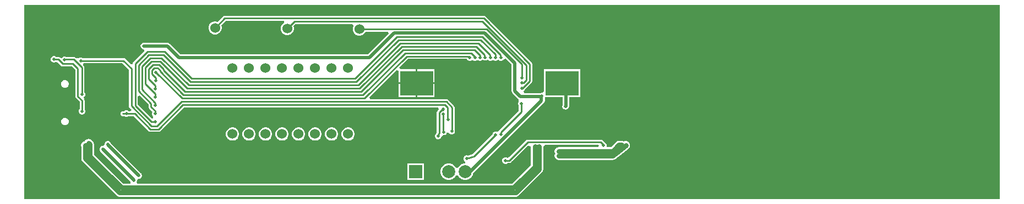
<source format=gbl>
G04*
G04 #@! TF.GenerationSoftware,Altium Limited,CircuitMaker,2.3.0 (2.3.0.3)*
G04*
G04 Layer_Physical_Order=2*
G04 Layer_Color=11436288*
%FSLAX25Y25*%
%MOIN*%
G70*
G04*
G04 #@! TF.SameCoordinates,81058C9C-B397-4A51-87A6-1654BA9690F4*
G04*
G04*
G04 #@! TF.FilePolarity,Positive*
G04*
G01*
G75*
%ADD13C,0.01000*%
%ADD97C,0.02000*%
%ADD98C,0.03000*%
%ADD103C,0.01949*%
%ADD104R,0.07874X0.07874*%
%ADD105C,0.07874*%
%ADD106C,0.06000*%
%ADD107C,0.14173*%
G04:AMPARAMS|DCode=108|XSize=39.37mil|YSize=86.61mil|CornerRadius=19.68mil|HoleSize=0mil|Usage=FLASHONLY|Rotation=270.000|XOffset=0mil|YOffset=0mil|HoleType=Round|Shape=RoundedRectangle|*
%AMROUNDEDRECTD108*
21,1,0.03937,0.04724,0,0,270.0*
21,1,0.00000,0.08661,0,0,270.0*
1,1,0.03937,-0.02362,0.00000*
1,1,0.03937,-0.02362,0.00000*
1,1,0.03937,0.02362,0.00000*
1,1,0.03937,0.02362,0.00000*
%
%ADD108ROUNDEDRECTD108*%
G04:AMPARAMS|DCode=109|XSize=39.37mil|YSize=78.74mil|CornerRadius=19.68mil|HoleSize=0mil|Usage=FLASHONLY|Rotation=270.000|XOffset=0mil|YOffset=0mil|HoleType=Round|Shape=RoundedRectangle|*
%AMROUNDEDRECTD109*
21,1,0.03937,0.03937,0,0,270.0*
21,1,0.00000,0.07874,0,0,270.0*
1,1,0.03937,-0.01968,0.00000*
1,1,0.03937,-0.01968,0.00000*
1,1,0.03937,0.01968,0.00000*
1,1,0.03937,0.01968,0.00000*
%
%ADD109ROUNDEDRECTD109*%
%ADD110C,0.07000*%
%ADD111C,0.02362*%
%ADD112R,0.20000X0.15000*%
G36*
X590658Y49D02*
X158Y49D01*
X158Y118249D01*
X590658Y118249D01*
X590658Y49D01*
X590658Y49D02*
G37*
%LPC*%
G36*
X278228Y111579D02*
X121502Y111579D01*
X120916Y111462D01*
X120420Y111131D01*
X117185Y107896D01*
X117172Y107903D01*
X116155Y108176D01*
X115102Y108176D01*
X114084Y107903D01*
X113172Y107377D01*
X112427Y106632D01*
X111901Y105720D01*
X111628Y104703D01*
X111628Y103649D01*
X111901Y102632D01*
X112427Y101720D01*
X113172Y100975D01*
X114084Y100449D01*
X115102Y100176D01*
X116155Y100176D01*
X117172Y100449D01*
X118084Y100975D01*
X118829Y101720D01*
X119356Y102632D01*
X119628Y103649D01*
X119628Y104703D01*
X119356Y105720D01*
X119348Y105733D01*
X122135Y108520D01*
X157275Y108520D01*
X157550Y107339D01*
X156900Y106963D01*
X156156Y106219D01*
X155629Y105306D01*
X155356Y104289D01*
X155356Y103236D01*
X155629Y102219D01*
X156156Y101306D01*
X156900Y100562D01*
X157812Y100035D01*
X158830Y99763D01*
X159883Y99763D01*
X160900Y100035D01*
X161812Y100562D01*
X162557Y101306D01*
X163084Y102219D01*
X163356Y103236D01*
X163356Y104289D01*
X163084Y105306D01*
X163076Y105320D01*
X164259Y106502D01*
X198742Y106502D01*
X199419Y105321D01*
X199230Y104993D01*
X198958Y103976D01*
X198958Y102923D01*
X199230Y101905D01*
X199757Y100993D01*
X200501Y100248D01*
X201413Y99722D01*
X202431Y99449D01*
X203484Y99449D01*
X204501Y99722D01*
X205414Y100248D01*
X206158Y100993D01*
X206685Y101905D01*
X206689Y101920D01*
X220367Y101920D01*
X220819Y100829D01*
X212630Y92640D01*
X212484Y92579D01*
X211929Y92024D01*
X211868Y91878D01*
X208179Y88188D01*
X94622Y88188D01*
X88219Y94591D01*
X87557Y95033D01*
X86777Y95188D01*
X72557Y95188D01*
X71777Y95033D01*
X71116Y94591D01*
X70674Y93930D01*
X70518Y93149D01*
X70674Y92369D01*
X71116Y91707D01*
X71777Y91265D01*
X72194Y91182D01*
X72235Y91165D01*
X72321Y91062D01*
X72605Y90359D01*
X72633Y89929D01*
X66202Y83498D01*
X65870Y83002D01*
X65765Y82475D01*
X65324Y82181D01*
X64662Y81907D01*
X61239Y85331D01*
X60743Y85662D01*
X60158Y85779D01*
X35520Y85779D01*
X35376Y85923D01*
X34650Y86224D01*
X33865Y86224D01*
X33139Y85923D01*
X33005Y85789D01*
X31506Y85618D01*
X31101Y86022D01*
X30605Y86354D01*
X30020Y86470D01*
X25580Y86470D01*
X25573Y86478D01*
X24847Y86778D01*
X24061Y86778D01*
X23336Y86478D01*
X22780Y85922D01*
X21623Y86214D01*
X21383Y86374D01*
X20798Y86491D01*
X19359Y86491D01*
X19214Y86635D01*
X18489Y86936D01*
X17703Y86936D01*
X16978Y86635D01*
X16422Y86080D01*
X16122Y85354D01*
X16122Y84569D01*
X16422Y83843D01*
X16978Y83287D01*
X17703Y82987D01*
X18489Y82987D01*
X19214Y83287D01*
X20430Y83166D01*
X22348Y81248D01*
X22844Y80916D01*
X23429Y80800D01*
X28241Y80800D01*
X28406Y80833D01*
X28825Y80833D01*
X30922Y78736D01*
X30922Y62576D01*
X31039Y61991D01*
X31370Y61494D01*
X33569Y59295D01*
X33569Y54777D01*
X33425Y54632D01*
X33124Y53907D01*
X33124Y53121D01*
X33425Y52395D01*
X33980Y51840D01*
X34706Y51539D01*
X35491Y51539D01*
X36217Y51840D01*
X36772Y52395D01*
X37073Y53121D01*
X37073Y53907D01*
X36772Y54632D01*
X36628Y54777D01*
X36628Y59929D01*
X36511Y60514D01*
X36340Y60771D01*
X36044Y61927D01*
X36600Y62482D01*
X36900Y63208D01*
X36900Y63994D01*
X36600Y64719D01*
X36455Y64864D01*
X36455Y80035D01*
X36339Y80620D01*
X36007Y81116D01*
X35626Y81498D01*
X35616Y81613D01*
X36074Y82720D01*
X59524Y82720D01*
X63428Y78816D01*
X63428Y56749D01*
X63544Y56164D01*
X63876Y55668D01*
X64974Y54570D01*
X64522Y53479D01*
X63214Y53479D01*
X63042Y53651D01*
X62317Y53951D01*
X61531Y53951D01*
X60806Y53651D01*
X60634Y53479D01*
X59857Y53479D01*
X59272Y53362D01*
X58776Y53031D01*
X58444Y52535D01*
X58328Y51949D01*
X58444Y51364D01*
X58776Y50868D01*
X59272Y50536D01*
X59857Y50420D01*
X60689Y50420D01*
X60806Y50303D01*
X61531Y50002D01*
X62317Y50002D01*
X63042Y50303D01*
X63159Y50420D01*
X66296Y50420D01*
X75222Y41493D01*
X75718Y41162D01*
X76303Y41045D01*
X81312Y41045D01*
X81897Y41162D01*
X82393Y41493D01*
X96694Y55794D01*
X250570Y55794D01*
X251059Y54613D01*
X250302Y53856D01*
X249970Y53359D01*
X249854Y52774D01*
X249854Y40702D01*
X249588Y40437D01*
X249256Y39940D01*
X249232Y39820D01*
X248995Y39583D01*
X248695Y38857D01*
X248695Y38072D01*
X248995Y37346D01*
X249551Y36791D01*
X250277Y36490D01*
X251062Y36490D01*
X251788Y36791D01*
X252343Y37346D01*
X252644Y38072D01*
X253499Y38915D01*
X253735Y38931D01*
X254300Y38931D01*
X255026Y39232D01*
X255581Y39787D01*
X255852Y40440D01*
X256121Y40530D01*
X257063Y40597D01*
X257087Y40538D01*
X257243Y40161D01*
X257799Y39606D01*
X258525Y39305D01*
X259310Y39305D01*
X260036Y39606D01*
X260591Y40161D01*
X260892Y40887D01*
X260892Y41672D01*
X260667Y42215D01*
X260667Y55797D01*
X260551Y56382D01*
X260219Y56878D01*
X256692Y60405D01*
X256196Y60737D01*
X255611Y60853D01*
X209392Y60853D01*
X208940Y61944D01*
X225410Y78414D01*
X226591Y77925D01*
X226591Y71024D01*
X237083Y71024D01*
X237083Y79016D01*
X227682Y79016D01*
X227192Y80197D01*
X232315Y85320D01*
X267981Y85320D01*
X268184Y84831D01*
X268739Y84275D01*
X269465Y83975D01*
X270250Y83975D01*
X270976Y84275D01*
X271458Y84757D01*
X271839Y84375D01*
X272565Y84075D01*
X273350Y84075D01*
X274076Y84375D01*
X274568Y84867D01*
X274949Y84486D01*
X275675Y84185D01*
X276461Y84185D01*
X277186Y84486D01*
X277628Y84928D01*
X277991Y84565D01*
X278716Y84264D01*
X279502Y84264D01*
X280227Y84565D01*
X280654Y84992D01*
X281189Y84456D01*
X281915Y84156D01*
X282701Y84156D01*
X283426Y84456D01*
X283858Y84888D01*
X284310Y84437D01*
X285035Y84136D01*
X285821Y84136D01*
X286546Y84437D01*
X287057Y84947D01*
X287518Y84486D01*
X288244Y84185D01*
X289029Y84185D01*
X289755Y84486D01*
X290269Y85000D01*
X290325Y85044D01*
X291679Y85260D01*
X295118Y81821D01*
X295118Y65849D01*
X295273Y65069D01*
X295716Y64407D01*
X299015Y61107D01*
X299016Y61107D01*
X299350Y60884D01*
X299451Y60655D01*
X299552Y59815D01*
X299505Y59495D01*
X299266Y59257D01*
X298965Y58531D01*
X298965Y57745D01*
X299266Y57020D01*
X299410Y56875D01*
X299410Y53604D01*
X296856Y51050D01*
X296701Y50946D01*
X287506Y41751D01*
X287460Y41683D01*
X287041Y41242D01*
X285945Y41129D01*
X285929Y41136D01*
X285143Y41136D01*
X284418Y40836D01*
X283862Y40280D01*
X283562Y39555D01*
X283562Y39350D01*
X271558Y27346D01*
X268760Y26507D01*
X268396Y26658D01*
X267610Y26658D01*
X266885Y26358D01*
X266329Y25802D01*
X266029Y25076D01*
X266029Y24291D01*
X266329Y23565D01*
X266885Y23010D01*
X267155Y22898D01*
X266920Y21717D01*
X266402Y21717D01*
X265146Y21381D01*
X264021Y20730D01*
X263101Y19811D01*
X262699Y19114D01*
X262691Y19111D01*
X261413Y19111D01*
X261405Y19114D01*
X261003Y19811D01*
X260083Y20730D01*
X258958Y21381D01*
X257702Y21717D01*
X256402Y21717D01*
X255146Y21381D01*
X254021Y20730D01*
X253101Y19811D01*
X252451Y18686D01*
X252115Y17430D01*
X252115Y16130D01*
X252451Y14874D01*
X253101Y13748D01*
X254021Y12829D01*
X255146Y12179D01*
X256402Y11843D01*
X257702Y11843D01*
X258958Y12179D01*
X260083Y12829D01*
X261003Y13748D01*
X261405Y14446D01*
X261413Y14449D01*
X262691Y14449D01*
X262699Y14446D01*
X263101Y13748D01*
X264021Y12829D01*
X265146Y12179D01*
X266402Y11843D01*
X267702Y11843D01*
X268958Y12179D01*
X270083Y12829D01*
X271003Y13748D01*
X271653Y14874D01*
X271865Y15668D01*
X314659Y58462D01*
X314659Y58462D01*
X315101Y59124D01*
X315257Y59904D01*
X315257Y59904D01*
X315257Y62032D01*
X325951Y62032D01*
X325951Y57098D01*
X325860Y56879D01*
X325860Y56094D01*
X326161Y55368D01*
X326716Y54812D01*
X327187Y54617D01*
X327210Y54602D01*
X327236Y54597D01*
X327442Y54512D01*
X327664Y54512D01*
X327990Y54447D01*
X328770Y54602D01*
X329432Y55044D01*
X329874Y55706D01*
X330029Y56486D01*
X330029Y62032D01*
X336575Y62032D01*
X336575Y79031D01*
X314575Y79031D01*
X314575Y65649D01*
X313784Y64698D01*
X312999Y64698D01*
X312735Y64588D01*
X302652Y64588D01*
X302417Y65769D01*
X302610Y65849D01*
X303165Y66405D01*
X303398Y66968D01*
X307144Y70714D01*
X307476Y71210D01*
X307592Y71796D01*
X307592Y82215D01*
X307476Y82800D01*
X307144Y83296D01*
X279310Y111131D01*
X278814Y111462D01*
X278228Y111579D01*
X278228Y111579D02*
G37*
G36*
X248559Y79016D02*
X238067Y79016D01*
X238067Y71024D01*
X248559Y71024D01*
X248559Y79016D01*
X248559Y79016D02*
G37*
G36*
X25090Y72374D02*
X24184Y72374D01*
X23346Y72027D01*
X22704Y71385D01*
X22357Y70547D01*
X22357Y69641D01*
X22704Y68803D01*
X23346Y68162D01*
X24184Y67815D01*
X25090Y67815D01*
X25928Y68162D01*
X26570Y68803D01*
X26917Y69641D01*
X26917Y70547D01*
X26570Y71385D01*
X25928Y72027D01*
X25090Y72374D01*
X25090Y72374D02*
G37*
G36*
X248559Y70039D02*
X238067Y70039D01*
X238067Y62047D01*
X248559Y62047D01*
X248559Y70039D01*
X248559Y70039D02*
G37*
G36*
X237083Y70039D02*
X226591Y70039D01*
X226591Y62047D01*
X237083Y62047D01*
X237083Y70039D01*
X237083Y70039D02*
G37*
G36*
X25090Y49539D02*
X24184Y49539D01*
X23346Y49192D01*
X22704Y48551D01*
X22357Y47713D01*
X22357Y46806D01*
X22704Y45968D01*
X23346Y45327D01*
X24184Y44980D01*
X25090Y44980D01*
X25928Y45327D01*
X26570Y45968D01*
X26917Y46806D01*
X26917Y47713D01*
X26570Y48551D01*
X25928Y49192D01*
X25090Y49539D01*
X25090Y49539D02*
G37*
G36*
X196684Y43649D02*
X195631Y43649D01*
X194614Y43377D01*
X193701Y42850D01*
X192957Y42105D01*
X192430Y41193D01*
X192157Y40176D01*
X192157Y39123D01*
X192430Y38105D01*
X192957Y37193D01*
X193701Y36448D01*
X194614Y35922D01*
X195631Y35649D01*
X196684Y35649D01*
X197701Y35922D01*
X198614Y36448D01*
X199358Y37193D01*
X199885Y38105D01*
X200157Y39123D01*
X200157Y40176D01*
X199885Y41193D01*
X199358Y42105D01*
X198614Y42850D01*
X197701Y43377D01*
X196684Y43649D01*
X196684Y43649D02*
G37*
G36*
X186684Y43649D02*
X185631Y43649D01*
X184614Y43377D01*
X183701Y42850D01*
X182957Y42105D01*
X182430Y41193D01*
X182158Y40176D01*
X182158Y39123D01*
X182430Y38105D01*
X182957Y37193D01*
X183701Y36448D01*
X184614Y35922D01*
X185631Y35649D01*
X186684Y35649D01*
X187701Y35922D01*
X188613Y36448D01*
X189358Y37193D01*
X189885Y38105D01*
X190157Y39123D01*
X190157Y40176D01*
X189885Y41193D01*
X189358Y42105D01*
X188613Y42850D01*
X187701Y43377D01*
X186684Y43649D01*
X186684Y43649D02*
G37*
G36*
X176684Y43649D02*
X175631Y43649D01*
X174613Y43377D01*
X173701Y42850D01*
X172957Y42105D01*
X172430Y41193D01*
X172158Y40176D01*
X172158Y39123D01*
X172430Y38105D01*
X172957Y37193D01*
X173701Y36448D01*
X174613Y35922D01*
X175631Y35649D01*
X176684Y35649D01*
X177701Y35922D01*
X178613Y36448D01*
X179358Y37193D01*
X179885Y38105D01*
X180157Y39123D01*
X180157Y40176D01*
X179885Y41193D01*
X179358Y42105D01*
X178613Y42850D01*
X177701Y43377D01*
X176684Y43649D01*
X176684Y43649D02*
G37*
G36*
X166684Y43649D02*
X165631Y43649D01*
X164613Y43377D01*
X163701Y42850D01*
X162957Y42105D01*
X162430Y41193D01*
X162157Y40176D01*
X162157Y39123D01*
X162430Y38105D01*
X162957Y37193D01*
X163701Y36448D01*
X164613Y35922D01*
X165631Y35649D01*
X166684Y35649D01*
X167701Y35922D01*
X168614Y36448D01*
X169358Y37193D01*
X169885Y38105D01*
X170158Y39123D01*
X170158Y40176D01*
X169885Y41193D01*
X169358Y42105D01*
X168614Y42850D01*
X167701Y43377D01*
X166684Y43649D01*
X166684Y43649D02*
G37*
G36*
X156684Y43649D02*
X155631Y43649D01*
X154613Y43377D01*
X153701Y42850D01*
X152957Y42105D01*
X152430Y41193D01*
X152157Y40176D01*
X152157Y39123D01*
X152430Y38105D01*
X152957Y37193D01*
X153701Y36448D01*
X154613Y35922D01*
X155631Y35649D01*
X156684Y35649D01*
X157701Y35922D01*
X158614Y36448D01*
X159358Y37193D01*
X159885Y38105D01*
X160158Y39123D01*
X160158Y40176D01*
X159885Y41193D01*
X159358Y42105D01*
X158614Y42850D01*
X157701Y43377D01*
X156684Y43649D01*
X156684Y43649D02*
G37*
G36*
X146684Y43649D02*
X145631Y43649D01*
X144614Y43377D01*
X143701Y42850D01*
X142957Y42105D01*
X142430Y41193D01*
X142157Y40176D01*
X142157Y39123D01*
X142430Y38105D01*
X142957Y37193D01*
X143701Y36448D01*
X144614Y35922D01*
X145631Y35649D01*
X146684Y35649D01*
X147701Y35922D01*
X148614Y36448D01*
X149358Y37193D01*
X149885Y38105D01*
X150157Y39123D01*
X150157Y40176D01*
X149885Y41193D01*
X149358Y42105D01*
X148614Y42850D01*
X147701Y43377D01*
X146684Y43649D01*
X146684Y43649D02*
G37*
G36*
X136684Y43649D02*
X135631Y43649D01*
X134614Y43377D01*
X133701Y42850D01*
X132957Y42105D01*
X132430Y41193D01*
X132158Y40176D01*
X132158Y39123D01*
X132430Y38105D01*
X132957Y37193D01*
X133701Y36448D01*
X134614Y35922D01*
X135631Y35649D01*
X136684Y35649D01*
X137701Y35922D01*
X138613Y36448D01*
X139358Y37193D01*
X139885Y38105D01*
X140157Y39123D01*
X140157Y40176D01*
X139885Y41193D01*
X139358Y42105D01*
X138613Y42850D01*
X137701Y43377D01*
X136684Y43649D01*
X136684Y43649D02*
G37*
G36*
X126684Y43649D02*
X125631Y43649D01*
X124613Y43377D01*
X123701Y42850D01*
X122957Y42105D01*
X122430Y41193D01*
X122158Y40176D01*
X122158Y39123D01*
X122430Y38105D01*
X122957Y37193D01*
X123701Y36448D01*
X124613Y35922D01*
X125631Y35649D01*
X126684Y35649D01*
X127701Y35922D01*
X128613Y36448D01*
X129358Y37193D01*
X129885Y38105D01*
X130157Y39123D01*
X130157Y40176D01*
X129885Y41193D01*
X129358Y42105D01*
X128613Y42850D01*
X127701Y43377D01*
X126684Y43649D01*
X126684Y43649D02*
G37*
G36*
X38917Y36742D02*
X37942Y36548D01*
X37115Y35995D01*
X36562Y35168D01*
X36554Y35126D01*
X35983Y35012D01*
X35156Y34460D01*
X34604Y33633D01*
X34410Y32658D01*
X34604Y31682D01*
X34662Y31595D01*
X34662Y24679D01*
X34856Y23704D01*
X35408Y22877D01*
X55983Y2302D01*
X56810Y1749D01*
X57785Y1555D01*
X297611Y1555D01*
X298587Y1749D01*
X299413Y2302D01*
X313535Y16423D01*
X314087Y17250D01*
X314281Y18225D01*
X314281Y32126D01*
X315288Y33116D01*
X347676Y33116D01*
X347956Y32879D01*
X347571Y31831D01*
X347420Y31698D01*
X323750Y31698D01*
X322775Y31504D01*
X321948Y30952D01*
X321395Y30125D01*
X321201Y29149D01*
X321395Y28174D01*
X321635Y27814D01*
X321375Y27425D01*
X321181Y26449D01*
X321375Y25474D01*
X321928Y24647D01*
X322755Y24094D01*
X323730Y23900D01*
X356457Y23900D01*
X356816Y23971D01*
X357180Y24005D01*
X357300Y24068D01*
X357433Y24094D01*
X357737Y24297D01*
X358060Y24467D01*
X364367Y29566D01*
X364394Y29588D01*
X364394Y29588D01*
X364394Y29588D01*
X365933Y30833D01*
X366570Y31597D01*
X366865Y32547D01*
X366775Y33537D01*
X366313Y34418D01*
X365549Y35054D01*
X364599Y35350D01*
X363609Y35260D01*
X363041Y34962D01*
X362545Y35293D01*
X361570Y35487D01*
X360202Y35487D01*
X359226Y35293D01*
X358399Y34740D01*
X355357Y31698D01*
X353105Y31698D01*
X352732Y32256D01*
X352732Y33042D01*
X352431Y33768D01*
X351876Y34323D01*
X351484Y34485D01*
X350242Y35727D01*
X349746Y36059D01*
X349161Y36175D01*
X304919Y36175D01*
X304334Y36059D01*
X303838Y35727D01*
X293744Y25633D01*
X292644Y25215D01*
X291919Y25516D01*
X291133Y25516D01*
X290407Y25215D01*
X289852Y24660D01*
X289551Y23934D01*
X289551Y23148D01*
X289852Y22423D01*
X290407Y21867D01*
X291133Y21567D01*
X291919Y21567D01*
X292644Y21867D01*
X292777Y22000D01*
X293431Y21994D01*
X293438Y21996D01*
X293445Y21994D01*
X293797Y21994D01*
X294382Y22111D01*
X294878Y22442D01*
X305024Y32588D01*
X305680Y32560D01*
X306742Y32146D01*
X306742Y20800D01*
X295421Y9478D01*
X68655Y9478D01*
X68351Y9919D01*
X68053Y10659D01*
X68274Y11192D01*
X68274Y11465D01*
X68406Y11693D01*
X69261Y12354D01*
X69418Y12419D01*
X69647Y12465D01*
X69714Y12465D01*
X69776Y12490D01*
X70101Y12555D01*
X70377Y12740D01*
X70439Y12765D01*
X70487Y12813D01*
X70763Y12997D01*
X70947Y13273D01*
X70995Y13321D01*
X71020Y13383D01*
X71205Y13659D01*
X71270Y13984D01*
X71295Y14046D01*
X71295Y14113D01*
X71360Y14439D01*
X71295Y14765D01*
X71295Y14832D01*
X71270Y14894D01*
X71205Y15219D01*
X71020Y15495D01*
X70995Y15557D01*
X70947Y15605D01*
X70763Y15881D01*
X52421Y34222D01*
X52340Y34418D01*
X51785Y34973D01*
X51059Y35274D01*
X50274Y35274D01*
X49548Y34973D01*
X48993Y34418D01*
X48692Y33692D01*
X48692Y33419D01*
X48529Y33136D01*
X48405Y32955D01*
X47749Y32549D01*
X47548Y32465D01*
X47319Y32419D01*
X47252Y32419D01*
X47190Y32394D01*
X46865Y32329D01*
X46588Y32144D01*
X46527Y32119D01*
X46479Y32071D01*
X46203Y31887D01*
X46018Y31611D01*
X45971Y31563D01*
X45945Y31501D01*
X45761Y31225D01*
X45696Y30900D01*
X45671Y30838D01*
X45671Y30770D01*
X45606Y30445D01*
X45671Y30119D01*
X45671Y30052D01*
X45696Y29990D01*
X45761Y29664D01*
X45945Y29388D01*
X45971Y29327D01*
X46018Y29279D01*
X46203Y29003D01*
X64545Y10661D01*
X64546Y10659D01*
X64248Y9919D01*
X63943Y9478D01*
X60033Y9478D01*
X42307Y27205D01*
X42307Y33353D01*
X42112Y34328D01*
X41560Y35155D01*
X40720Y35995D01*
X39893Y36548D01*
X38917Y36742D01*
X38917Y36742D02*
G37*
G36*
X241989Y21717D02*
X232115Y21717D01*
X232115Y11843D01*
X241989Y11843D01*
X241989Y21717D01*
X241989Y21717D02*
G37*
%LPD*%
G36*
X75354Y57493D02*
X75354Y56224D01*
X75470Y55639D01*
X75802Y55143D01*
X77780Y53164D01*
X77684Y53068D01*
X77383Y52342D01*
X77383Y51556D01*
X77684Y50831D01*
X78095Y50420D01*
X78071Y49629D01*
X77948Y49157D01*
X77405Y48961D01*
X68813Y57553D01*
X68813Y62491D01*
X69904Y62943D01*
X75354Y57493D01*
X75354Y57493D02*
G37*
D13*
X163625Y108031D02*
X277493Y108031D01*
X159356Y103763D02*
X163625Y108031D01*
X301617Y67349D02*
X306063Y71796D01*
X301491Y67349D02*
X301617Y67349D01*
X121502Y110049D02*
X278228Y110049D01*
X115628Y104176D02*
X121502Y110049D01*
X77153Y47049D02*
X79357Y47049D01*
X67283Y56920D02*
X77153Y47049D01*
X67283Y56920D02*
X67283Y82416D01*
X76883Y56224D02*
X79357Y53750D01*
X79357Y51949D02*
X79357Y53750D01*
X76883Y56224D02*
X76883Y58127D01*
X69283Y65727D02*
X76883Y58127D01*
X69283Y65727D02*
X69283Y81588D01*
X79357Y57249D02*
X79357Y58566D01*
X71283Y66640D02*
X79357Y58566D01*
X71283Y66640D02*
X71283Y80759D01*
X293797Y23524D02*
X304919Y34646D01*
X293445Y23524D02*
X293797Y23524D01*
X291526Y23541D02*
X293445Y23524D01*
X304919Y34646D02*
X349161Y34646D01*
X50666Y33093D02*
X50666Y33299D01*
X66299Y11585D02*
X66299Y11791D01*
X255611Y59324D02*
X259138Y55797D01*
X259138Y41500D02*
X259138Y55797D01*
X258917Y41280D02*
X259138Y41500D01*
X59857Y51949D02*
X66929Y51949D01*
X254782Y57324D02*
X256332Y55774D01*
X256332Y48692D02*
X256663Y48361D01*
X256332Y48692D02*
X256332Y55774D01*
X250669Y38465D02*
X250669Y39355D01*
X251383Y40069D01*
X251383Y52774D01*
X252833Y54224D02*
X253758Y54224D01*
X251383Y52774D02*
X252833Y54224D01*
X253857Y40905D02*
X253857Y51749D01*
X34926Y63601D02*
X34926Y80035D01*
X30020Y84941D02*
X34926Y80035D01*
X24454Y84941D02*
X30020Y84941D01*
X64957Y56749D02*
X77132Y44575D01*
X64957Y56749D02*
X64957Y79449D01*
X77132Y44575D02*
X80483Y44575D01*
X268003Y24684D02*
X272366Y25992D01*
X285536Y39162D01*
X278228Y110049D02*
X306063Y82215D01*
X306063Y71796D02*
X306063Y82215D01*
X303966Y72352D02*
X303966Y81558D01*
X277493Y108031D02*
X303966Y81558D01*
X280104Y103449D02*
X301491Y82062D01*
X202958Y103449D02*
X280104Y103449D01*
X302337Y70723D02*
X303966Y72352D01*
X301491Y73849D02*
X301491Y82062D01*
X301491Y70723D02*
X302337Y70723D01*
X231682Y86849D02*
X268957Y86849D01*
X206226Y61393D02*
X231682Y86849D01*
X95613Y61393D02*
X206226Y61393D01*
X230562Y88849D02*
X270729Y88849D01*
X205106Y63393D02*
X230562Y88849D01*
X96442Y63393D02*
X205106Y63393D01*
X229471Y90849D02*
X272717Y90849D01*
X204015Y65393D02*
X229471Y90849D01*
X97270Y65393D02*
X204015Y65393D01*
X228656Y92849D02*
X273788Y92849D01*
X203200Y67393D02*
X228656Y92849D01*
X98770Y67393D02*
X203200Y67393D01*
X227733Y94849D02*
X274967Y94849D01*
X202277Y69393D02*
X227733Y94849D01*
X99598Y69393D02*
X202277Y69393D01*
X226682Y96849D02*
X276451Y96849D01*
X201226Y71393D02*
X226682Y96849D01*
X100713Y71393D02*
X201226Y71393D01*
X225828Y98849D02*
X277473Y98849D01*
X200372Y73393D02*
X225828Y98849D01*
X101542Y73393D02*
X200372Y73393D01*
X349161Y34646D02*
X350758Y33049D01*
X18096Y84961D02*
X20798Y84961D01*
X23429Y82329D01*
X28241Y82329D01*
X28274Y82362D01*
X29459Y82362D01*
X32452Y79369D01*
X32452Y62576D02*
X32452Y79369D01*
X32452Y62576D02*
X35098Y59929D01*
X35098Y53514D02*
X35098Y59929D01*
X288587Y39585D02*
X288587Y40670D01*
X297782Y49865D01*
X297833Y49865D02*
X300940Y52971D01*
X297782Y49865D02*
X297833Y49865D01*
X300940Y52971D02*
X300940Y58138D01*
X276068Y86160D02*
X276068Y87498D01*
X272717Y90849D02*
X276068Y87498D01*
X278857Y87779D02*
X279109Y86239D01*
X273788Y92849D02*
X278857Y87779D01*
X282057Y87759D02*
X282308Y86130D01*
X274967Y94849D02*
X282057Y87759D01*
X285258Y88043D02*
X285428Y86111D01*
X276451Y96849D02*
X285258Y88043D01*
X288472Y86263D02*
X288472Y87850D01*
X277473Y98849D02*
X288472Y87850D01*
X272857Y86349D02*
X272857Y86721D01*
X270729Y88849D02*
X272857Y86721D01*
X96060Y57324D02*
X254782Y57324D01*
X95232Y59324D02*
X255611Y59324D01*
X313217Y62549D02*
X313391Y62723D01*
X253758Y54224D02*
X253758Y54849D01*
X66929Y51949D02*
X76303Y42575D01*
X81312Y42575D01*
X96060Y57324D01*
X80483Y44575D02*
X95232Y59324D01*
X79757Y77249D02*
X95613Y61393D01*
X82232Y77603D02*
X96442Y63393D01*
X84232Y78432D02*
X97270Y65393D01*
X82388Y83775D02*
X98770Y67393D01*
X83217Y85775D02*
X99598Y69393D01*
X84332Y87775D02*
X100713Y71393D01*
X85160Y89775D02*
X101542Y73393D01*
X34258Y84249D02*
X60158Y84249D01*
X64957Y79449D01*
X69283Y81588D02*
X75470Y87775D01*
X67283Y82416D02*
X74642Y89775D01*
X85160Y89775D01*
X82232Y77603D02*
X82232Y78274D01*
X81560Y81775D02*
X84232Y79103D01*
X84232Y78432D02*
X84232Y79103D01*
X80782Y79724D02*
X82232Y78274D01*
X77955Y81775D02*
X81560Y81775D01*
X77127Y83775D02*
X82388Y83775D01*
X76298Y85775D02*
X83217Y85775D01*
X75283Y73224D02*
X79558Y68950D01*
X79558Y67249D02*
X79558Y68950D01*
X73283Y70024D02*
X79357Y63950D01*
X75283Y73224D02*
X75283Y79103D01*
X73283Y70024D02*
X73283Y79931D01*
X75470Y87775D02*
X84332Y87775D01*
X71283Y80759D02*
X76298Y85775D01*
X73283Y79931D02*
X77127Y83775D01*
X75283Y79103D02*
X77955Y81775D01*
X77283Y76224D02*
X77283Y78274D01*
X78733Y79724D02*
X80782Y79724D01*
X77283Y78274D02*
X78733Y79724D01*
X79357Y62149D02*
X79357Y63950D01*
X77283Y76224D02*
X79757Y73750D01*
X79757Y72249D02*
X79757Y73750D01*
X268957Y86849D02*
X269858Y85949D01*
D97*
X72557Y93149D02*
X86777Y93149D01*
X209023Y86149D02*
X224065Y101191D01*
X93777Y86149D02*
X209023Y86149D01*
X86777Y93149D02*
X93777Y86149D01*
X326392Y70157D02*
X327990Y68559D01*
X327990Y56486D02*
X327990Y68559D01*
X50666Y33093D02*
X69321Y14439D01*
X47645Y30445D02*
X66299Y11791D01*
X297158Y65849D02*
X297158Y82665D01*
X278632Y101191D02*
X297158Y82665D01*
X224065Y101191D02*
X278632Y101191D01*
X267052Y16780D02*
X270093Y16780D01*
X297158Y65849D02*
X300458Y62549D01*
X270093Y16780D02*
X313217Y59904D01*
X313217Y62549D01*
X300458Y62549D02*
X313217Y62549D01*
D98*
X360202Y32938D02*
X361570Y32938D01*
X323750Y29149D02*
X356413Y29149D01*
X356457Y26449D02*
X362764Y31549D01*
X309291Y19744D02*
X309291Y32146D01*
X323730Y26449D02*
X356457Y26449D01*
X36959Y32658D02*
X37211Y32405D01*
X296476Y6929D02*
X309291Y19744D01*
X58978Y6929D02*
X296476Y6929D01*
X39757Y26149D02*
X58978Y6929D01*
X297611Y4104D02*
X311732Y18225D01*
X57785Y4104D02*
X297611Y4104D01*
X37211Y24679D02*
X57785Y4104D01*
X38917Y34193D02*
X39757Y33353D01*
X39757Y26149D02*
X39757Y33353D01*
X37211Y24679D02*
X37211Y32405D01*
X356413Y29149D02*
X360202Y32938D01*
X362764Y31549D02*
X362791Y31570D01*
X364331Y32815D01*
X311732Y18225D02*
X311732Y32126D01*
D103*
X38917Y34193D02*
D03*
X36959Y32658D02*
D03*
X66299Y11585D02*
D03*
X69321Y14439D02*
D03*
X50666Y33299D02*
D03*
X47645Y30445D02*
D03*
X327835Y56486D02*
D03*
X258917Y41280D02*
D03*
X361526Y33081D02*
D03*
X34926Y63601D02*
D03*
X24454Y84804D02*
D03*
X350758Y32649D02*
D03*
X250669Y38465D02*
D03*
X253907Y40905D02*
D03*
X268003Y24684D02*
D03*
X323750Y29041D02*
D03*
X323730Y26600D02*
D03*
X291526Y23541D02*
D03*
X18096Y84961D02*
D03*
X35098Y53514D02*
D03*
X288587Y39585D02*
D03*
X213602Y90905D02*
D03*
X61924Y51977D02*
D03*
X300940Y58138D02*
D03*
X276068Y86160D02*
D03*
X285428Y86111D02*
D03*
X288637Y86160D02*
D03*
X279109Y86239D02*
D03*
X282308Y86130D02*
D03*
X272957Y86049D02*
D03*
X269858Y85949D02*
D03*
X79757Y77249D02*
D03*
X79558Y67249D02*
D03*
X79757Y72249D02*
D03*
X79357Y57249D02*
D03*
X79357Y62149D02*
D03*
X79357Y47049D02*
D03*
X79357Y51949D02*
D03*
X253758Y54849D02*
D03*
X253857Y51749D02*
D03*
X256663Y48361D02*
D03*
X309291Y32146D02*
D03*
X311732Y32126D02*
D03*
X364331Y32815D02*
D03*
X72628Y93140D02*
D03*
X313391Y62723D02*
D03*
X34258Y84249D02*
D03*
X301491Y67523D02*
D03*
X301491Y70723D02*
D03*
X301491Y73823D02*
D03*
X285536Y39162D02*
D03*
D104*
X237052Y16780D02*
D03*
D105*
X247052Y16780D02*
D03*
X257052Y16780D02*
D03*
X267052Y16780D02*
D03*
D106*
X126157Y39649D02*
D03*
X136158Y39649D02*
D03*
X146158Y39649D02*
D03*
X156158Y39649D02*
D03*
X166157Y39649D02*
D03*
X176157Y39649D02*
D03*
X186158Y39649D02*
D03*
X196158Y39649D02*
D03*
X196158Y79649D02*
D03*
X186158Y79649D02*
D03*
X176157Y79649D02*
D03*
X166157Y79649D02*
D03*
X126157Y79649D02*
D03*
X136158Y79649D02*
D03*
X146158Y79649D02*
D03*
X156158Y79649D02*
D03*
X98028Y104176D02*
D03*
X115628Y104176D02*
D03*
X141756Y103763D02*
D03*
X159356Y103763D02*
D03*
X185357Y103449D02*
D03*
X202958Y103449D02*
D03*
D107*
X524493Y76219D02*
D03*
X408922Y31868D02*
D03*
X578657Y11860D02*
D03*
X578657Y106348D02*
D03*
X19602Y11860D02*
D03*
X19602Y106348D02*
D03*
D108*
X10858Y41649D02*
D03*
X10858Y75704D02*
D03*
D109*
X26605Y75704D02*
D03*
X26605Y41649D02*
D03*
D110*
X93028Y94676D02*
D03*
X120628Y94676D02*
D03*
X136756Y94263D02*
D03*
X164356Y94263D02*
D03*
X180358Y93949D02*
D03*
X207958Y93949D02*
D03*
D111*
X322921Y99154D02*
D03*
X322744Y106112D02*
D03*
X322950Y113455D02*
D03*
X71526Y58937D02*
D03*
X73868Y55344D02*
D03*
X348642Y57736D02*
D03*
X319734Y81604D02*
D03*
X61998Y73730D02*
D03*
X50256Y73593D02*
D03*
X79285Y13300D02*
D03*
X83327Y13268D02*
D03*
X87313Y13268D02*
D03*
X91441Y13300D02*
D03*
X95348Y13359D02*
D03*
X99827Y13477D02*
D03*
X49935Y63288D02*
D03*
X52858Y38199D02*
D03*
X83127Y35674D02*
D03*
X89413Y35691D02*
D03*
X95913Y35546D02*
D03*
X264301Y79409D02*
D03*
X264321Y83819D02*
D03*
X333898Y45915D02*
D03*
X337825Y46028D02*
D03*
X401258Y21949D02*
D03*
X386631Y8040D02*
D03*
X379631Y8040D02*
D03*
X341453Y46956D02*
D03*
X341299Y52441D02*
D03*
X341492Y57576D02*
D03*
X204931Y13258D02*
D03*
X208973Y13226D02*
D03*
X212959Y13226D02*
D03*
X217087Y13258D02*
D03*
X220994Y13317D02*
D03*
X184518Y13130D02*
D03*
X188559Y13098D02*
D03*
X192545Y13098D02*
D03*
X196673Y13130D02*
D03*
X200581Y13189D02*
D03*
X163937Y13307D02*
D03*
X167979Y13275D02*
D03*
X171965Y13275D02*
D03*
X176093Y13307D02*
D03*
X180000Y13366D02*
D03*
X143081Y13347D02*
D03*
X147122Y13314D02*
D03*
X151109Y13314D02*
D03*
X155236Y13347D02*
D03*
X159144Y13406D02*
D03*
X138602Y13228D02*
D03*
X134695Y13169D02*
D03*
X130567Y13137D02*
D03*
X126581Y13137D02*
D03*
X122539Y13169D02*
D03*
X28851Y87633D02*
D03*
X28973Y97153D02*
D03*
X345138Y112923D02*
D03*
X338809Y113256D02*
D03*
X358524Y112539D02*
D03*
X351939Y112736D02*
D03*
X362923Y20315D02*
D03*
X362835Y26201D02*
D03*
X401441Y62327D02*
D03*
X401441Y75327D02*
D03*
X401441Y68727D02*
D03*
X414541Y83227D02*
D03*
X414541Y69827D02*
D03*
X414541Y76827D02*
D03*
X518676Y22691D02*
D03*
X518776Y43291D02*
D03*
X518676Y35691D02*
D03*
X518676Y29091D02*
D03*
X531776Y43591D02*
D03*
X531776Y30191D02*
D03*
X531776Y37191D02*
D03*
X531676Y22991D02*
D03*
X530831Y112372D02*
D03*
X475531Y112472D02*
D03*
X413031Y112372D02*
D03*
X364631Y112572D02*
D03*
X502731Y112372D02*
D03*
X516931Y112272D02*
D03*
X461331Y112272D02*
D03*
X398431Y112472D02*
D03*
X406031Y112372D02*
D03*
X291565Y47854D02*
D03*
X317575Y55775D02*
D03*
X321856Y52291D02*
D03*
X318175Y48570D02*
D03*
X313855Y41051D02*
D03*
X330020Y46024D02*
D03*
X341571Y40992D02*
D03*
X82910Y39909D02*
D03*
X249957Y76740D02*
D03*
X245679Y81565D02*
D03*
X239179Y81710D02*
D03*
X232894Y81693D02*
D03*
X309026Y78130D02*
D03*
X38825Y97232D02*
D03*
X28973Y92035D02*
D03*
X34110Y97232D02*
D03*
X55797Y73701D02*
D03*
X323767Y19685D02*
D03*
X319173Y14656D02*
D03*
X302933Y21929D02*
D03*
X296024Y21959D02*
D03*
X296132Y14636D02*
D03*
X359203Y7795D02*
D03*
X352921Y7746D02*
D03*
X347500Y7933D02*
D03*
X341307Y19203D02*
D03*
X330322Y113681D02*
D03*
X330450Y99075D02*
D03*
X313366Y81496D02*
D03*
X310581Y52658D02*
D03*
X309449Y48986D02*
D03*
X278046Y72036D02*
D03*
X67067Y25738D02*
D03*
X61417Y64370D02*
D03*
X43612Y63238D02*
D03*
X305935Y47471D02*
D03*
X415507Y62813D02*
D03*
X415280Y42981D02*
D03*
X401294Y43217D02*
D03*
X401294Y49683D02*
D03*
X341132Y13543D02*
D03*
X341201Y8278D02*
D03*
X373322Y42498D02*
D03*
X373145Y31800D02*
D03*
X373204Y37105D02*
D03*
X373381Y48296D02*
D03*
X373440Y53748D02*
D03*
X373715Y64182D02*
D03*
X373804Y70156D02*
D03*
X373804Y76731D02*
D03*
X373686Y82853D02*
D03*
X270758Y72049D02*
D03*
X284958Y71949D02*
D03*
X270357Y53849D02*
D03*
X277568Y53849D02*
D03*
X284631Y53965D02*
D03*
X531658Y57949D02*
D03*
X531658Y50949D02*
D03*
X531757Y85549D02*
D03*
X531658Y64349D02*
D03*
X525404Y99016D02*
D03*
X531658Y92449D02*
D03*
X518558Y84549D02*
D03*
X518657Y98749D02*
D03*
X518657Y91749D02*
D03*
X518558Y49849D02*
D03*
X518558Y56449D02*
D03*
X518657Y64049D02*
D03*
X415202Y49703D02*
D03*
X415221Y56071D02*
D03*
X414458Y91749D02*
D03*
X401358Y83849D02*
D03*
X401458Y98049D02*
D03*
X401458Y91049D02*
D03*
X414558Y22249D02*
D03*
X401358Y55749D02*
D03*
X460358Y23349D02*
D03*
X460358Y29949D02*
D03*
X460458Y44149D02*
D03*
X460458Y37149D02*
D03*
X460558Y64749D02*
D03*
X460558Y71749D02*
D03*
X460458Y57149D02*
D03*
X460458Y50549D02*
D03*
X473658Y30649D02*
D03*
X473658Y23649D02*
D03*
X460558Y92449D02*
D03*
X460558Y99449D02*
D03*
X460458Y85249D02*
D03*
X460458Y78649D02*
D03*
X473558Y93149D02*
D03*
X466988Y99459D02*
D03*
X473558Y65049D02*
D03*
X473558Y71649D02*
D03*
X473658Y86249D02*
D03*
X473658Y79249D02*
D03*
X473558Y51649D02*
D03*
X473558Y58649D02*
D03*
X473457Y44449D02*
D03*
X473457Y37849D02*
D03*
X365831Y8140D02*
D03*
X372431Y8140D02*
D03*
X407231Y7940D02*
D03*
X414231Y7940D02*
D03*
X399631Y8040D02*
D03*
X393031Y8040D02*
D03*
X448331Y7940D02*
D03*
X454931Y7940D02*
D03*
X469531Y7840D02*
D03*
X462531Y7840D02*
D03*
X434931Y7940D02*
D03*
X441931Y7940D02*
D03*
X427731Y8040D02*
D03*
X421131Y8040D02*
D03*
X532031Y7940D02*
D03*
X538631Y7940D02*
D03*
X552831Y7840D02*
D03*
X545831Y7840D02*
D03*
X565831Y7840D02*
D03*
X559231Y7840D02*
D03*
X503931Y7940D02*
D03*
X510531Y7940D02*
D03*
X525131Y7840D02*
D03*
X518131Y7840D02*
D03*
X490531Y7940D02*
D03*
X497531Y7940D02*
D03*
X483331Y8040D02*
D03*
X476731Y8040D02*
D03*
X482131Y112472D02*
D03*
X496331Y112372D02*
D03*
X489331Y112372D02*
D03*
X523931Y112272D02*
D03*
X509331Y112372D02*
D03*
X558031Y112272D02*
D03*
X564631Y112272D02*
D03*
X544631Y112272D02*
D03*
X551631Y112272D02*
D03*
X537431Y112372D02*
D03*
X419931Y112472D02*
D03*
X426531Y112472D02*
D03*
X440731Y112372D02*
D03*
X433731Y112372D02*
D03*
X468331Y112272D02*
D03*
X453731Y112372D02*
D03*
X447131Y112372D02*
D03*
X391831Y112472D02*
D03*
X378431Y112472D02*
D03*
X385431Y112472D02*
D03*
X371231Y112572D02*
D03*
D112*
X325575Y70531D02*
D03*
X237575Y70531D02*
D03*
M02*

</source>
